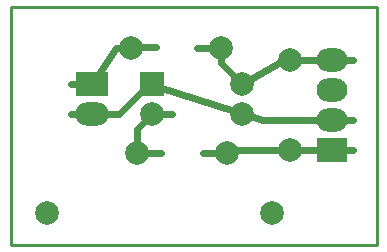
<source format=gbl>
%FSLAX42Y42*%
%MOMM*%
G71*
G01*
G75*
G04 Layer_Physical_Order=2*
G04 Layer_Color=16711680*
%ADD10C,0.60*%
%ADD11C,0.25*%
%ADD12R,2.60X2.00*%
%ADD13O,2.60X2.00*%
%ADD14O,2.80X2.00*%
%ADD15R,2.80X2.00*%
%ADD16C,2.00*%
%ADD17R,2.00X2.00*%
D10*
X29629Y3607D02*
X29426D01*
X29680Y2718D02*
X29477D01*
X28918Y2692D02*
Y2921D01*
X29214Y3048D02*
X29045D01*
X30747Y3505D02*
X30137D01*
X30162Y2743D02*
X29693D01*
X29121Y2718D02*
X28918D01*
X28537Y3302D02*
X28359D01*
X29083Y3619D02*
X28892D01*
X29985Y2997D02*
X29020Y3302D01*
X30747Y2997D02*
X29985D01*
X29020Y3302D02*
X28765Y3048D01*
X30747Y2743D02*
X30162D01*
X29870Y3302D02*
X29807D01*
X28763Y3048D02*
X28359D01*
X28765D02*
X28763D01*
X28867Y3607D02*
X28740D01*
X28537Y3302D01*
X29629Y3480D02*
Y3556D01*
X29807Y3302D02*
X29629Y3480D01*
X30162Y3505D02*
X29807Y3302D01*
X29045Y3048D02*
X28918Y2921D01*
D11*
X30924Y3950D02*
X27851D01*
Y1943D02*
Y3950D01*
X30950Y1943D02*
X27851D01*
X30950D02*
Y3950D01*
X30924D01*
D12*
X30569Y2743D02*
D03*
D13*
Y2997D02*
D03*
Y3251D02*
D03*
Y3505D02*
D03*
D14*
X28537Y3048D02*
D03*
D15*
Y3302D02*
D03*
D16*
X29629Y3607D02*
D03*
X28867D02*
D03*
X30213Y2743D02*
D03*
Y3505D02*
D03*
X29680Y2718D02*
D03*
X28918D02*
D03*
X29045Y3048D02*
D03*
X29807Y3302D02*
D03*
Y3048D02*
D03*
X30061Y2210D02*
D03*
X28156D02*
D03*
D17*
X29045Y3302D02*
D03*
M02*

</source>
